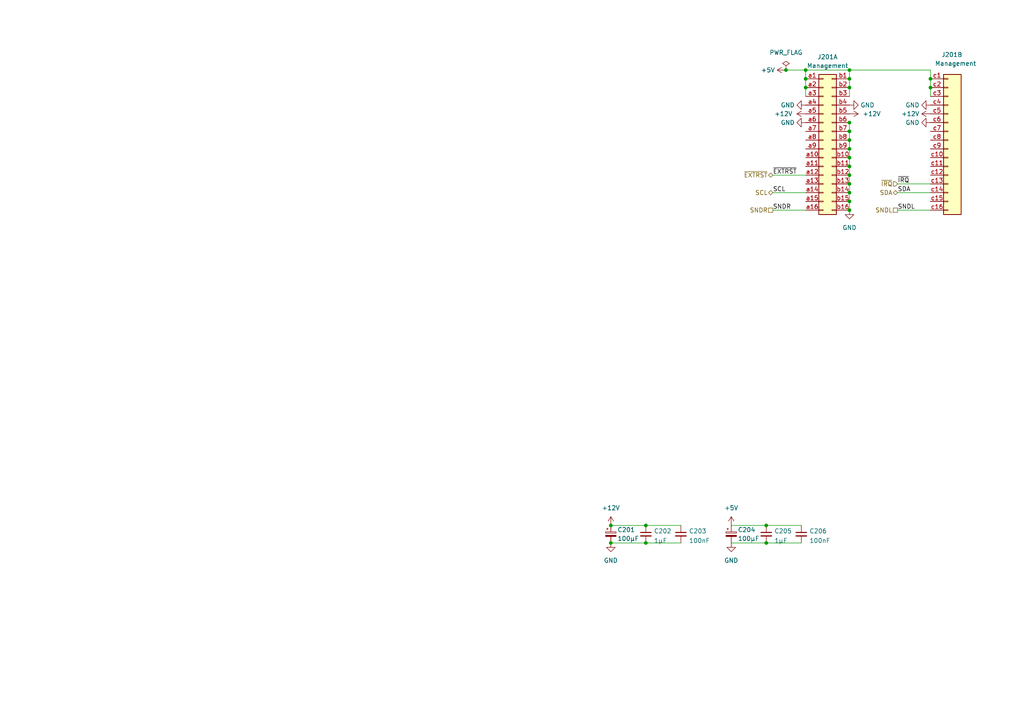
<source format=kicad_sch>
(kicad_sch (version 20211123) (generator eeschema)
  (paper "A4")
  (lib_symbols
    (symbol "68komputer-common:Conn_03x16_Row_Letter_First" (pin_names (offset 1.016) hide)
      (property "Reference" "J" (at 2.54 2.54 0))
      (property "Value" "Conn_03x16_Row_Letter_First" (at 3.81 -41.91 0))
      (symbol "Conn_03x16_Row_Letter_First_1_1"
        (rectangle (start 0 -39.243) (end 1.27 -39.497) (stroke (width 0.1524)))
        (rectangle (start 0 -36.703) (end 1.27 -36.957) (stroke (width 0.1524)))
        (rectangle (start 0 -34.163) (end 1.27 -34.417) (stroke (width 0.1524)))
        (rectangle (start 0 -31.623) (end 1.27 -31.877) (stroke (width 0.1524)))
        (rectangle (start 0 -29.083) (end 1.27 -29.337) (stroke (width 0.1524)))
        (rectangle (start 0 -26.543) (end 1.27 -26.797) (stroke (width 0.1524)))
        (rectangle (start 0 -24.003) (end 1.27 -24.257) (stroke (width 0.1524)))
        (rectangle (start 0 -21.463) (end 1.27 -21.717) (stroke (width 0.1524)))
        (rectangle (start 0 -18.923) (end 1.27 -19.177) (stroke (width 0.1524)))
        (rectangle (start 0 -16.383) (end 1.27 -16.637) (stroke (width 0.1524)))
        (rectangle (start 0 -13.843) (end 1.27 -14.097) (stroke (width 0.1524)))
        (rectangle (start 0 -11.303) (end 1.27 -11.557) (stroke (width 0.1524)))
        (rectangle (start 0 -8.763) (end 1.27 -9.017) (stroke (width 0.1524)))
        (rectangle (start 0 -6.223) (end 1.27 -6.477) (stroke (width 0.1524)))
        (rectangle (start 0 -3.683) (end 1.27 -3.937) (stroke (width 0.1524)))
        (rectangle (start 0 -1.143) (end 1.27 -1.397) (stroke (width 0.1524)))
        (rectangle (start 0 0) (end 5.08 -40.64) (stroke (width 0.254)) (fill (type background)))
        (rectangle (start 5.08 -39.243) (end 3.81 -39.497) (stroke (width 0.1524)))
        (rectangle (start 5.08 -36.703) (end 3.81 -36.957) (stroke (width 0.1524)))
        (rectangle (start 5.08 -34.163) (end 3.81 -34.417) (stroke (width 0.1524)))
        (rectangle (start 5.08 -31.623) (end 3.81 -31.877) (stroke (width 0.1524)))
        (rectangle (start 5.08 -29.083) (end 3.81 -29.337) (stroke (width 0.1524)))
        (rectangle (start 5.08 -26.543) (end 3.81 -26.797) (stroke (width 0.1524)))
        (rectangle (start 5.08 -24.003) (end 3.81 -24.257) (stroke (width 0.1524)))
        (rectangle (start 5.08 -21.463) (end 3.81 -21.717) (stroke (width 0.1524)))
        (rectangle (start 5.08 -18.923) (end 3.81 -19.177) (stroke (width 0.1524)))
        (rectangle (start 5.08 -16.383) (end 3.81 -16.637) (stroke (width 0.1524)))
        (rectangle (start 5.08 -13.843) (end 3.81 -14.097) (stroke (width 0.1524)))
        (rectangle (start 5.08 -11.303) (end 3.81 -11.557) (stroke (width 0.1524)))
        (rectangle (start 5.08 -8.763) (end 3.81 -9.017) (stroke (width 0.1524)))
        (rectangle (start 5.08 -6.223) (end 3.81 -6.477) (stroke (width 0.1524)))
        (rectangle (start 5.08 -3.683) (end 3.81 -3.937) (stroke (width 0.1524)))
        (rectangle (start 5.08 -1.143) (end 3.81 -1.397) (stroke (width 0.1524)))
        (pin passive line (at -3.81 -1.27 0) (length 3.81) (name "Pin_a1") (number "a1"))
        (pin passive line (at -3.81 -24.13 0) (length 3.81) (name "Pin_a10") (number "a10"))
        (pin passive line (at -3.81 -26.67 0) (length 3.81) (name "Pin_a11") (number "a11"))
        (pin passive line (at -3.81 -29.21 0) (length 3.81) (name "Pin_a12") (number "a12"))
        (pin passive line (at -3.81 -31.75 0) (length 3.81) (name "Pin_a13") (number "a13"))
        (pin passive line (at -3.81 -34.29 0) (length 3.81) (name "Pin_a14") (number "a14"))
        (pin passive line (at -3.81 -36.83 0) (length 3.81) (name "Pin_a15") (number "a15"))
        (pin passive line (at -3.81 -39.37 0) (length 3.81) (name "Pin_a16") (number "a16"))
        (pin passive line (at -3.81 -3.81 0) (length 3.81) (name "Pin_a2") (number "a2"))
        (pin passive line (at -3.81 -6.35 0) (length 3.81) (name "Pin_a3") (number "a3"))
        (pin passive line (at -3.81 -8.89 0) (length 3.81) (name "Pin_a4") (number "a4"))
        (pin passive line (at -3.81 -11.43 0) (length 3.81) (name "Pin_a5") (number "a5"))
        (pin passive line (at -3.81 -13.97 0) (length 3.81) (name "Pin_a6") (number "a6"))
        (pin passive line (at -3.81 -16.51 0) (length 3.81) (name "Pin_a7") (number "a7"))
        (pin passive line (at -3.81 -19.05 0) (length 3.81) (name "Pin_a8") (number "a8"))
        (pin passive line (at -3.81 -21.59 0) (length 3.81) (name "Pin_a9") (number "a9"))
        (pin passive line (at 8.89 -1.27 180) (length 3.81) (name "Pin_b1") (number "b1"))
        (pin passive line (at 8.89 -24.13 180) (length 3.81) (name "Pin_b10") (number "b10"))
        (pin passive line (at 8.89 -26.67 180) (length 3.81) (name "Pin_b11") (number "b11"))
        (pin passive line (at 8.89 -29.21 180) (length 3.81) (name "Pin_b12") (number "b12"))
        (pin passive line (at 8.89 -31.75 180) (length 3.81) (name "Pin_b13") (number "b13"))
        (pin passive line (at 8.89 -34.29 180) (length 3.81) (name "Pin_b14") (number "b14"))
        (pin passive line (at 8.89 -36.83 180) (length 3.81) (name "Pin_b15") (number "b15"))
        (pin passive line (at 8.89 -39.37 180) (length 3.81) (name "Pin_b16") (number "b16"))
        (pin passive line (at 8.89 -3.81 180) (length 3.81) (name "Pin_b2") (number "b2"))
        (pin passive line (at 8.89 -6.35 180) (length 3.81) (name "Pin_b3") (number "b3"))
        (pin passive line (at 8.89 -8.89 180) (length 3.81) (name "Pin_b4") (number "b4"))
        (pin passive line (at 8.89 -11.43 180) (length 3.81) (name "Pin_b5") (number "b5"))
        (pin passive line (at 8.89 -13.97 180) (length 3.81) (name "Pin_b6") (number "b6"))
        (pin passive line (at 8.89 -16.51 180) (length 3.81) (name "Pin_b7") (number "b7"))
        (pin passive line (at 8.89 -19.05 180) (length 3.81) (name "Pin_b8") (number "b8"))
        (pin passive line (at 8.89 -21.59 180) (length 3.81) (name "Pin_b9") (number "b9"))
      )
      (symbol "Conn_03x16_Row_Letter_First_2_1"
        (rectangle (start 0 0) (end 5.08 -40.64) (stroke (width 0.254)) (fill (type background)))
        (rectangle (start 5.08 -39.243) (end 3.81 -39.497) (stroke (width 0.1524)))
        (rectangle (start 5.08 -36.703) (end 3.81 -36.957) (stroke (width 0.1524)))
        (rectangle (start 5.08 -34.163) (end 3.81 -34.417) (stroke (width 0.1524)))
        (rectangle (start 5.08 -31.623) (end 3.81 -31.877) (stroke (width 0.1524)))
        (rectangle (start 5.08 -29.083) (end 3.81 -29.337) (stroke (width 0.1524)))
        (rectangle (start 5.08 -26.543) (end 3.81 -26.797) (stroke (width 0.1524)))
        (rectangle (start 5.08 -24.003) (end 3.81 -24.257) (stroke (width 0.1524)))
        (rectangle (start 5.08 -21.463) (end 3.81 -21.717) (stroke (width 0.1524)))
        (rectangle (start 5.08 -18.923) (end 3.81 -19.177) (stroke (width 0.1524)))
        (rectangle (start 5.08 -16.383) (end 3.81 -16.637) (stroke (width 0.1524)))
        (rectangle (start 5.08 -13.843) (end 3.81 -14.097) (stroke (width 0.1524)))
        (rectangle (start 5.08 -11.303) (end 3.81 -11.557) (stroke (width 0.1524)))
        (rectangle (start 5.08 -8.763) (end 3.81 -9.017) (stroke (width 0.1524)))
        (rectangle (start 5.08 -6.223) (end 3.81 -6.477) (stroke (width 0.1524)))
        (rectangle (start 5.08 -3.683) (end 3.81 -3.937) (stroke (width 0.1524)))
        (rectangle (start 5.08 -1.143) (end 3.81 -1.397) (stroke (width 0.1524)))
        (pin passive line (at 8.89 -1.27 180) (length 3.81) (name "Pin_c1") (number "c1"))
        (pin passive line (at 8.89 -24.13 180) (length 3.81) (name "Pin_c10") (number "c10"))
        (pin passive line (at 8.89 -26.67 180) (length 3.81) (name "Pin_c11") (number "c11"))
        (pin passive line (at 8.89 -29.21 180) (length 3.81) (name "Pin_c12") (number "c12"))
        (pin passive line (at 8.89 -31.75 180) (length 3.81) (name "Pin_c13") (number "c13"))
        (pin passive line (at 8.89 -34.29 180) (length 3.81) (name "Pin_c14") (number "c14"))
        (pin passive line (at 8.89 -36.83 180) (length 3.81) (name "Pin_c15") (number "c15"))
        (pin passive line (at 8.89 -39.37 180) (length 3.81) (name "Pin_c16") (number "c16"))
        (pin passive line (at 8.89 -3.81 180) (length 3.81) (name "Pin_c2") (number "c2"))
        (pin passive line (at 8.89 -6.35 180) (length 3.81) (name "Pin_c3") (number "c3"))
        (pin passive line (at 8.89 -8.89 180) (length 3.81) (name "Pin_c4") (number "c4"))
        (pin passive line (at 8.89 -11.43 180) (length 3.81) (name "Pin_c5") (number "c5"))
        (pin passive line (at 8.89 -13.97 180) (length 3.81) (name "Pin_c6") (number "c6"))
        (pin passive line (at 8.89 -16.51 180) (length 3.81) (name "Pin_c7") (number "c7"))
        (pin passive line (at 8.89 -19.05 180) (length 3.81) (name "Pin_c8") (number "c8"))
        (pin passive line (at 8.89 -21.59 180) (length 3.81) (name "Pin_c9") (number "c9"))
      )
    )
    (symbol "Device:C_Polarized_Small" (pin_numbers hide) (pin_names (offset 0.254) hide)
      (property "Reference" "C" (at 0.254 1.778 0))
      (property "Value" "C_Polarized_Small" (at 0.254 -2.032 0))
      (symbol "C_Polarized_Small_0_1"
        (rectangle (start -1.524 -0.3048) (end 1.524 -0.6858) (fill (type outline)))
        (rectangle (start -1.524 0.6858) (end 1.524 0.3048))
        (polyline (pts (xy -1.27 1.524) (xy -0.762 1.524)))
        (polyline (pts (xy -1.016 1.27) (xy -1.016 1.778)))
      )
      (symbol "C_Polarized_Small_1_1"
        (pin passive line (at 0 2.54 270) (length 1.8542) (name "~") (number "1"))
        (pin passive line (at 0 -2.54 90) (length 1.8542) (name "~") (number "2"))
      )
    )
    (symbol "Device:C_Small" (pin_numbers hide) (pin_names (offset 0.254) hide)
      (property "Reference" "C" (at 0.254 1.778 0))
      (property "Value" "C_Small" (at 0.254 -2.032 0))
      (symbol "C_Small_0_1"
        (polyline (pts (xy -1.524 -0.508) (xy 1.524 -0.508)) (stroke (width 0.3302)))
        (polyline (pts (xy -1.524 0.508) (xy 1.524 0.508)) (stroke (width 0.3048)))
      )
      (symbol "C_Small_1_1"
        (pin passive line (at 0 2.54 270) (length 2.032) (name "~") (number "1"))
        (pin passive line (at 0 -2.54 90) (length 2.032) (name "~") (number "2"))
      )
    )
    (symbol "power:+12V" (power) (pin_names (offset 0))
      (property "Value" "+12V" (at 0 3.556 0))
      (symbol "+12V_0_1"
        (polyline (pts (xy -0.762 1.27) (xy 0 2.54)))
        (polyline (pts (xy 0 0) (xy 0 2.54)))
        (polyline (pts (xy 0 2.54) (xy 0.762 1.27)))
      )
      (symbol "+12V_1_1"
        (pin power_in line (at 0 0 90) (length 0) hide (name "+12V") (number "1"))
      )
    )
    (symbol "power:+5V" (power) (pin_names (offset 0))
      (property "Value" "+5V" (at 0 3.556 0))
      (symbol "+5V_0_1"
        (polyline (pts (xy -0.762 1.27) (xy 0 2.54)))
        (polyline (pts (xy 0 0) (xy 0 2.54)))
        (polyline (pts (xy 0 2.54) (xy 0.762 1.27)))
      )
      (symbol "+5V_1_1"
        (pin power_in line (at 0 0 90) (length 0) hide (name "+5V") (number "1"))
      )
    )
    (symbol "power:GND" (power) (pin_names (offset 0))
      (property "Value" "GND" (at 0 -3.81 0))
      (symbol "GND_0_1"
        (polyline (pts (xy 0 0) (xy 0 -1.27) (xy 1.27 -1.27) (xy 0 -2.54) (xy -1.27 -1.27) (xy 0 -1.27)))
      )
      (symbol "GND_1_1"
        (pin power_in line (at 0 0 270) (length 0) hide (name "GND") (number "1"))
      )
    )
    (symbol "power:PWR_FLAG" (power) (pin_numbers hide) (pin_names (offset 0) hide)
      (property "Value" "PWR_FLAG" (at 0 3.81 0))
      (symbol "PWR_FLAG_0_0"
        (pin power_out line (at 0 0 90) (length 0) (name "pwr") (number "1"))
      )
      (symbol "PWR_FLAG_0_1"
        (polyline (pts (xy 0 0) (xy 0 1.27) (xy -1.016 1.905) (xy 0 2.54) (xy 1.016 1.905) (xy 0 1.27)))
      )
    )
  )
  (junction (at 269.875 22.86))
  (junction (at 246.38 53.34))
  (junction (at 246.38 38.1))
  (junction (at 246.38 20.32))
  (junction (at 222.25 157.48))
  (junction (at 187.325 157.48))
  (junction (at 246.38 55.88))
  (junction (at 246.38 43.18))
  (junction (at 187.325 152.4))
  (junction (at 269.875 25.4))
  (junction (at 233.68 25.4))
  (junction (at 246.38 50.8))
  (junction (at 246.38 25.4))
  (junction (at 222.25 152.4))
  (junction (at 246.38 45.72))
  (junction (at 177.165 152.4))
  (junction (at 246.38 40.64))
  (junction (at 246.38 35.56))
  (junction (at 246.38 58.42))
  (junction (at 233.68 22.86))
  (junction (at 246.38 22.86))
  (junction (at 233.68 20.32))
  (junction (at 246.38 48.26))
  (junction (at 177.165 157.48))
  (junction (at 246.38 60.96))
  (junction (at 227.965 20.32))
  (wire (pts (xy 246.38 25.4) (xy 246.38 27.94)))
  (wire (pts (xy 246.38 55.88) (xy 246.38 53.34)))
  (wire (pts (xy 246.38 40.64) (xy 246.38 38.1)))
  (wire (pts (xy 260.35 53.34) (xy 269.875 53.34)))
  (wire (pts (xy 246.38 45.72) (xy 246.38 43.18)))
  (wire (pts (xy 260.35 55.88) (xy 269.875 55.88)))
  (wire (pts (xy 212.09 152.4) (xy 222.25 152.4)))
  (wire (pts (xy 177.165 157.48) (xy 187.325 157.48)))
  (wire (pts (xy 246.38 53.34) (xy 246.38 50.8)))
  (wire (pts (xy 187.325 157.48) (xy 197.485 157.48)))
  (wire (pts (xy 260.35 60.96) (xy 269.875 60.96)))
  (wire (pts (xy 269.875 25.4) (xy 269.875 27.94)))
  (wire (pts (xy 227.965 20.32) (xy 233.68 20.32)))
  (wire (pts (xy 222.25 152.4) (xy 232.41 152.4)))
  (wire (pts (xy 224.155 50.8) (xy 233.68 50.8)))
  (wire (pts (xy 233.68 22.86) (xy 233.68 25.4)))
  (wire (pts (xy 246.38 22.86) (xy 246.38 25.4)))
  (wire (pts (xy 246.38 20.32) (xy 269.875 20.32)))
  (wire (pts (xy 269.875 20.32) (xy 269.875 22.86)))
  (wire (pts (xy 233.68 20.32) (xy 246.38 20.32)))
  (wire (pts (xy 177.165 152.4) (xy 187.325 152.4)))
  (wire (pts (xy 224.155 60.96) (xy 233.68 60.96)))
  (wire (pts (xy 187.325 152.4) (xy 197.485 152.4)))
  (wire (pts (xy 224.155 55.88) (xy 233.68 55.88)))
  (wire (pts (xy 222.25 157.48) (xy 232.41 157.48)))
  (wire (pts (xy 246.38 50.8) (xy 246.38 48.26)))
  (wire (pts (xy 246.38 60.96) (xy 246.38 58.42)))
  (wire (pts (xy 246.38 20.32) (xy 246.38 22.86)))
  (wire (pts (xy 246.38 48.26) (xy 246.38 45.72)))
  (wire (pts (xy 269.875 22.86) (xy 269.875 25.4)))
  (wire (pts (xy 212.09 157.48) (xy 222.25 157.48)))
  (wire (pts (xy 245.745 35.56) (xy 246.38 35.56)))
  (wire (pts (xy 246.38 58.42) (xy 246.38 55.88)))
  (wire (pts (xy 233.68 20.32) (xy 233.68 22.86)))
  (wire (pts (xy 246.38 38.1) (xy 246.38 35.56)))
  (wire (pts (xy 233.68 25.4) (xy 233.68 27.94)))
  (wire (pts (xy 246.38 43.18) (xy 246.38 40.64)))
  (label "SNDR" (at 224.155 60.96 0))
  (label "SNDL" (at 260.35 60.96 0))
  (label "~{EXTRST}" (at 224.155 50.8 0))
  (label "SDA" (at 260.35 55.88 0))
  (label "~{IRQ}" (at 260.35 53.34 0))
  (label "SCL" (at 224.155 55.88 0))
  (hierarchical_label "SCL" (shape bidirectional) (at 224.155 55.88 180))
  (hierarchical_label "SNDL" (shape passive) (at 260.35 60.96 180))
  (hierarchical_label "~{IRQ}" (shape input) (at 260.35 53.34 180))
  (hierarchical_label "~{EXTRST}" (shape bidirectional) (at 224.155 50.8 180))
  (hierarchical_label "SDA" (shape bidirectional) (at 260.35 55.88 180))
  (hierarchical_label "SNDR" (shape passive) (at 224.155 60.96 180))
  (symbol (lib_id "Device:C_Small") (at 222.25 154.94 0) (unit 1)
    (property "Reference" "C205" (at 224.5741 154.0315 0) (effects (justify left)))
    (property "Value" "1µF" (at 224.5741 156.8066 0) (effects (justify left)))
    (property "Footprint" "Capacitor_SMD:C_0805_2012Metric" (effects hide))
  )
  (symbol (lib_id "power:+12V") (at 177.165 152.4 0) (unit 1)
    (property "Reference" "#PWR0201" (effects hide))
    (property "Value" "+12V" (at 177.165 147.32 0))
  )
  (symbol (lib_id "power:GND") (at 233.68 35.56 270) (unit 1)
    (property "Reference" "#PWR0208" (effects hide))
    (property "Value" "GND" (at 230.505 35.5599 90) (effects (justify right)))
  )
  (symbol (lib_id "power:+12V") (at 269.875 33.02 90) (unit 1)
    (property "Reference" "#PWR0213" (effects hide))
    (property "Value" "+12V" (at 266.7 33.0199 90) (effects (justify left)))
  )
  (symbol (lib_id "Device:C_Small") (at 187.325 154.94 0) (unit 1)
    (property "Reference" "C202" (at 189.6491 154.0315 0) (effects (justify left)))
    (property "Value" "1µF" (at 189.6491 156.8066 0) (effects (justify left)))
    (property "Footprint" "Capacitor_SMD:C_0805_2012Metric" (effects hide))
  )
  (symbol (lib_id "power:+12V") (at 246.38 33.02 270) (unit 1)
    (property "Reference" "#PWR0210" (effects hide))
    (property "Value" "+12V" (at 250.19 33.0199 90) (effects (justify left)))
  )
  (symbol (lib_id "power:+5V") (at 227.965 20.32 90) (unit 1)
    (property "Reference" "#PWR0205" (effects hide))
    (property "Value" "+5V" (at 224.79 20.3199 90) (effects (justify left)))
  )
  (symbol (lib_id "power:GND") (at 177.165 157.48 0) (unit 1)
    (property "Reference" "#PWR0202" (effects hide))
    (property "Value" "GND" (at 177.165 162.56 0))
  )
  (symbol (lib_id "power:GND") (at 269.875 35.56 270) (unit 1)
    (property "Reference" "#PWR0214" (effects hide))
    (property "Value" "GND" (at 266.7 35.5599 90) (effects (justify right)))
  )
  (symbol (lib_id "power:+12V") (at 233.68 33.02 90) (unit 1)
    (property "Reference" "#PWR0207" (effects hide))
    (property "Value" "+12V" (at 229.87 33.0199 90) (effects (justify left)))
  )
  (symbol (lib_id "power:GND") (at 212.09 157.48 0) (unit 1)
    (property "Reference" "#PWR0204" (effects hide))
    (property "Value" "GND" (at 212.09 162.56 0))
  )
  (symbol (lib_id "power:GND") (at 233.68 30.48 270) (unit 1)
    (property "Reference" "#PWR0206" (effects hide))
    (property "Value" "GND" (at 230.505 30.4799 90) (effects (justify right)))
  )
  (symbol (lib_id "power:GND") (at 246.38 30.48 90) (unit 1)
    (property "Reference" "#PWR0209" (effects hide))
    (property "Value" "GND" (at 249.555 30.4799 90) (effects (justify right)))
  )
  (symbol (lib_id "68komputer-common:Conn_03x16_Row_Letter_First") (at 278.765 21.59 0) (mirror y) (unit 2)
    (property "Reference" "J201" (at 273.05 15.875 0) (effects (justify right)))
    (property "Value" "Management" (at 271.145 18.415 0) (effects (justify right)))
    (property "Footprint" "Connector_DIN:DIN41612_C2_3x16_Female_Vertical_THT" (effects hide))
  )
  (symbol (lib_id "Device:C_Polarized_Small") (at 212.09 154.94 0) (unit 1)
    (property "Reference" "C204" (at 213.995 153.67 0) (effects (justify left)))
    (property "Value" "100µF" (at 213.995 156.21 0) (effects (justify left)))
    (property "Footprint" "Capacitor_THT:CP_Radial_D5.0mm_P2.00mm" (effects hide))
    (property "MPN" "A750BK107M1AAAE024" (effects hide))
  )
  (symbol (lib_id "Device:C_Small") (at 197.485 154.94 0) (unit 1)
    (property "Reference" "C203" (at 199.8091 154.0315 0) (effects (justify left)))
    (property "Value" "100nF" (at 199.8091 156.8066 0) (effects (justify left)))
    (property "Footprint" "Capacitor_SMD:C_0805_2012Metric" (effects hide))
  )
  (symbol (lib_id "power:GND") (at 246.38 60.96 0) (unit 1)
    (property "Reference" "#PWR0211" (effects hide))
    (property "Value" "GND" (at 246.38 66.04 0))
  )
  (symbol (lib_id "68komputer-common:Conn_03x16_Row_Letter_First") (at 237.49 21.59 0) (unit 1)
    (property "Reference" "J201" (at 240.03 16.51 0))
    (property "Value" "Management" (at 240.03 19.05 0))
    (property "Footprint" "Connector_DIN:DIN41612_C2_3x16_Female_Vertical_THT" (effects hide))
    (property "MPN" "86093488324H55V1LF" (effects hide))
  )
  (symbol (lib_id "Device:C_Small") (at 232.41 154.94 0) (unit 1)
    (property "Reference" "C206" (at 234.7341 154.0315 0) (effects (justify left)))
    (property "Value" "100nF" (at 234.7341 156.8066 0) (effects (justify left)))
    (property "Footprint" "Capacitor_SMD:C_0805_2012Metric" (effects hide))
  )
  (symbol (lib_id "power:GND") (at 269.875 30.48 270) (unit 1)
    (property "Reference" "#PWR0212" (effects hide))
    (property "Value" "GND" (at 266.7 30.4799 90) (effects (justify right)))
  )
  (symbol (lib_id "Device:C_Polarized_Small") (at 177.165 154.94 0) (unit 1)
    (property "Reference" "C201" (at 179.07 153.67 0) (effects (justify left)))
    (property "Value" "100µF" (at 179.07 156.21 0) (effects (justify left)))
    (property "Footprint" "Capacitor_THT:CP_Radial_D8.0mm_P3.50mm" (effects hide))
    (property "MPN" "A750KK107M1EAAE040" (effects hide))
  )
  (symbol (lib_id "power:PWR_FLAG") (at 227.965 20.32 0) (unit 1)
    (property "Reference" "#FLG0201" (effects hide))
    (property "Value" "PWR_FLAG" (at 227.965 15.24 0))
  )
  (symbol (lib_id "power:+5V") (at 212.09 152.4 0) (unit 1)
    (property "Reference" "#PWR0203" (effects hide))
    (property "Value" "+5V" (at 212.09 147.32 0))
  )
)
</source>
